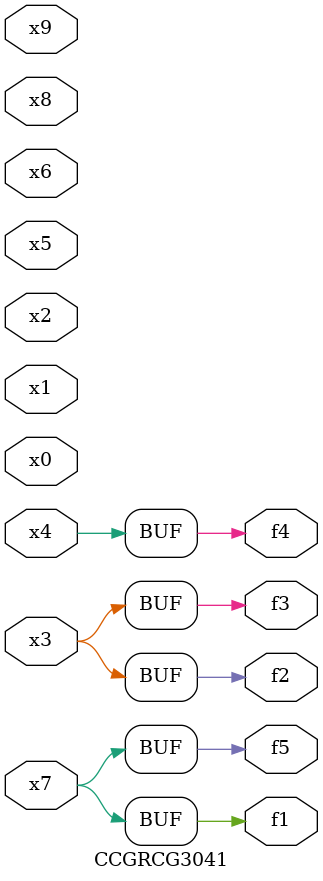
<source format=v>
module CCGRCG3041(
	input x0, x1, x2, x3, x4, x5, x6, x7, x8, x9,
	output f1, f2, f3, f4, f5
);
	assign f1 = x7;
	assign f2 = x3;
	assign f3 = x3;
	assign f4 = x4;
	assign f5 = x7;
endmodule

</source>
